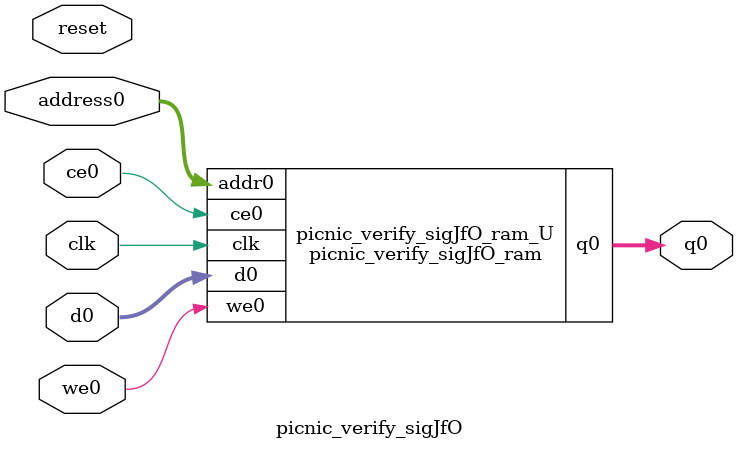
<source format=v>
`timescale 1 ns / 1 ps
module picnic_verify_sigJfO_ram (addr0, ce0, d0, we0, q0,  clk);

parameter DWIDTH = 8;
parameter AWIDTH = 13;
parameter MEM_SIZE = 7008;

input[AWIDTH-1:0] addr0;
input ce0;
input[DWIDTH-1:0] d0;
input we0;
output reg[DWIDTH-1:0] q0;
input clk;

(* ram_style = "block" *)reg [DWIDTH-1:0] ram[0:MEM_SIZE-1];




always @(posedge clk)  
begin 
    if (ce0) begin
        if (we0) 
            ram[addr0] <= d0; 
        q0 <= ram[addr0];
    end
end


endmodule

`timescale 1 ns / 1 ps
module picnic_verify_sigJfO(
    reset,
    clk,
    address0,
    ce0,
    we0,
    d0,
    q0);

parameter DataWidth = 32'd8;
parameter AddressRange = 32'd7008;
parameter AddressWidth = 32'd13;
input reset;
input clk;
input[AddressWidth - 1:0] address0;
input ce0;
input we0;
input[DataWidth - 1:0] d0;
output[DataWidth - 1:0] q0;



picnic_verify_sigJfO_ram picnic_verify_sigJfO_ram_U(
    .clk( clk ),
    .addr0( address0 ),
    .ce0( ce0 ),
    .we0( we0 ),
    .d0( d0 ),
    .q0( q0 ));

endmodule


</source>
